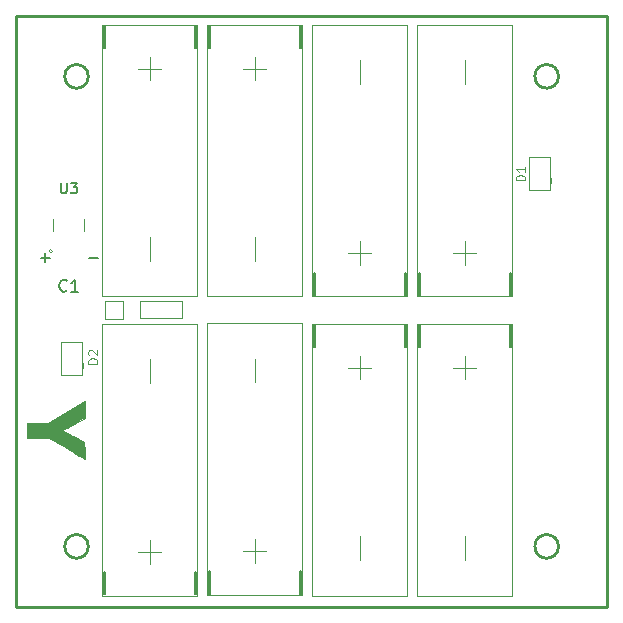
<source format=gbr>
%TF.GenerationSoftware,KiCad,Pcbnew,(5.0.1-3-g963ef8bb5)*%
%TF.CreationDate,2020-03-04T19:54:40-08:00*%
%TF.ProjectId,SolarCell+Y,536F6C617243656C6C2B592E6B696361,rev?*%
%TF.SameCoordinates,Original*%
%TF.FileFunction,Legend,Top*%
%TF.FilePolarity,Positive*%
%FSLAX46Y46*%
G04 Gerber Fmt 4.6, Leading zero omitted, Abs format (unit mm)*
G04 Created by KiCad (PCBNEW (5.0.1-3-g963ef8bb5)) date Wednesday, March 04, 2020 at 07:54:40 PM*
%MOMM*%
%LPD*%
G01*
G04 APERTURE LIST*
%ADD10C,0.050000*%
%ADD11C,0.150000*%
%ADD12C,0.250000*%
%ADD13C,0.010000*%
%ADD14C,0.203200*%
%ADD15C,0.120000*%
%ADD16C,0.101600*%
%ADD17C,0.100000*%
%ADD18C,0.127000*%
G04 APERTURE END LIST*
D10*
X160500000Y-65600000D02*
X160500000Y-64100000D01*
X164000000Y-65600000D02*
X160500000Y-65600000D01*
X164000000Y-64100000D02*
X164000000Y-65600000D01*
X160500000Y-64100000D02*
X164000000Y-64100000D01*
X159000000Y-64100000D02*
X157500000Y-64100000D01*
X159000000Y-65650000D02*
X159000000Y-64100000D01*
X157500000Y-65650000D02*
X159000000Y-65650000D01*
X157500000Y-64100000D02*
X157500000Y-65650000D01*
D11*
X156133847Y-60447228D02*
X156895752Y-60447228D01*
X152069847Y-60447228D02*
X152831752Y-60447228D01*
X152450800Y-60828180D02*
X152450800Y-60066276D01*
D12*
X200000000Y-40000000D02*
X150000000Y-40000000D01*
X150000000Y-90000000D02*
X200000000Y-90000000D01*
X150000000Y-40000000D02*
X150000000Y-90000000D01*
X195900000Y-45100000D02*
G75*
G03X195900000Y-45100000I-1000000J0D01*
G01*
X156100000Y-84900000D02*
G75*
G03X156100000Y-84900000I-1000000J0D01*
G01*
X156100000Y-45100000D02*
G75*
G03X156100000Y-45100000I-1000000J0D01*
G01*
X195900000Y-84900000D02*
G75*
G03X195900000Y-84900000I-1000000J0D01*
G01*
X200000000Y-90000000D02*
X200000000Y-40000000D01*
D13*
G36*
X155777964Y-74021950D02*
X154844944Y-74542650D01*
X154703177Y-74621839D01*
X154567960Y-74697513D01*
X154440913Y-74768754D01*
X154323656Y-74834647D01*
X154217811Y-74894278D01*
X154124997Y-74946732D01*
X154046836Y-74991092D01*
X153984947Y-75026443D01*
X153940951Y-75051871D01*
X153916470Y-75066459D01*
X153911788Y-75069700D01*
X153922677Y-75076558D01*
X153954290Y-75094556D01*
X154004988Y-75122797D01*
X154073127Y-75160385D01*
X154157067Y-75206421D01*
X154255166Y-75260008D01*
X154365783Y-75320249D01*
X154487277Y-75386247D01*
X154618006Y-75457104D01*
X154756328Y-75531924D01*
X154841752Y-75578057D01*
X155771850Y-76080065D01*
X155775133Y-76781382D01*
X155775640Y-76912199D01*
X155775914Y-77035084D01*
X155775962Y-77147749D01*
X155775793Y-77247905D01*
X155775417Y-77333265D01*
X155774842Y-77401541D01*
X155774076Y-77450444D01*
X155773130Y-77477687D01*
X155772439Y-77482700D01*
X155761044Y-77476272D01*
X155729138Y-77457489D01*
X155677968Y-77427097D01*
X155608783Y-77385844D01*
X155522829Y-77334478D01*
X155421355Y-77273747D01*
X155305608Y-77204398D01*
X155176835Y-77127179D01*
X155036285Y-77042839D01*
X154885205Y-76952124D01*
X154724843Y-76855782D01*
X154556445Y-76754562D01*
X154381261Y-76649210D01*
X154267882Y-76581000D01*
X152769301Y-75679300D01*
X150876000Y-75679300D01*
X150876000Y-74409300D01*
X152711150Y-74409044D01*
X155778200Y-72569324D01*
X155777964Y-74021950D01*
X155777964Y-74021950D01*
G37*
X155777964Y-74021950D02*
X154844944Y-74542650D01*
X154703177Y-74621839D01*
X154567960Y-74697513D01*
X154440913Y-74768754D01*
X154323656Y-74834647D01*
X154217811Y-74894278D01*
X154124997Y-74946732D01*
X154046836Y-74991092D01*
X153984947Y-75026443D01*
X153940951Y-75051871D01*
X153916470Y-75066459D01*
X153911788Y-75069700D01*
X153922677Y-75076558D01*
X153954290Y-75094556D01*
X154004988Y-75122797D01*
X154073127Y-75160385D01*
X154157067Y-75206421D01*
X154255166Y-75260008D01*
X154365783Y-75320249D01*
X154487277Y-75386247D01*
X154618006Y-75457104D01*
X154756328Y-75531924D01*
X154841752Y-75578057D01*
X155771850Y-76080065D01*
X155775133Y-76781382D01*
X155775640Y-76912199D01*
X155775914Y-77035084D01*
X155775962Y-77147749D01*
X155775793Y-77247905D01*
X155775417Y-77333265D01*
X155774842Y-77401541D01*
X155774076Y-77450444D01*
X155773130Y-77477687D01*
X155772439Y-77482700D01*
X155761044Y-77476272D01*
X155729138Y-77457489D01*
X155677968Y-77427097D01*
X155608783Y-77385844D01*
X155522829Y-77334478D01*
X155421355Y-77273747D01*
X155305608Y-77204398D01*
X155176835Y-77127179D01*
X155036285Y-77042839D01*
X154885205Y-76952124D01*
X154724843Y-76855782D01*
X154556445Y-76754562D01*
X154381261Y-76649210D01*
X154267882Y-76581000D01*
X152769301Y-75679300D01*
X150876000Y-75679300D01*
X150876000Y-74409300D01*
X152711150Y-74409044D01*
X155778200Y-72569324D01*
X155777964Y-74021950D01*
D14*
X174080000Y-42738000D02*
X174080000Y-40838000D01*
X174080000Y-42738000D02*
X173980000Y-42738000D01*
X173980000Y-42738000D02*
X173980000Y-40838000D01*
X166380000Y-42738000D02*
X166280000Y-42738000D01*
X166280000Y-42738000D02*
X166280000Y-40838000D01*
X166380000Y-42738000D02*
X166380000Y-40838000D01*
D15*
X170180000Y-58738000D02*
X170180000Y-60738000D01*
X170180000Y-43438000D02*
X170180000Y-45438000D01*
X171180000Y-44438000D02*
X169180000Y-44438000D01*
X166180000Y-40738000D02*
X174180000Y-40738000D01*
X166180000Y-63738000D02*
X166180000Y-40738000D01*
X174180000Y-63738000D02*
X166180000Y-63738000D01*
X174180000Y-40738000D02*
X174180000Y-63738000D01*
D14*
X157390000Y-87056000D02*
X157390000Y-88956000D01*
X157390000Y-87056000D02*
X157490000Y-87056000D01*
X157490000Y-87056000D02*
X157490000Y-88956000D01*
X165090000Y-87056000D02*
X165190000Y-87056000D01*
X165190000Y-87056000D02*
X165190000Y-88956000D01*
X165090000Y-87056000D02*
X165090000Y-88956000D01*
D15*
X161290000Y-71056000D02*
X161290000Y-69056000D01*
X161290000Y-86356000D02*
X161290000Y-84356000D01*
X160290000Y-85356000D02*
X162290000Y-85356000D01*
X165290000Y-89056000D02*
X157290000Y-89056000D01*
X165290000Y-66056000D02*
X165290000Y-89056000D01*
X157290000Y-66056000D02*
X165290000Y-66056000D01*
X157290000Y-89056000D02*
X157290000Y-66056000D01*
D14*
X166280000Y-87011000D02*
X166280000Y-88911000D01*
X166280000Y-87011000D02*
X166380000Y-87011000D01*
X166380000Y-87011000D02*
X166380000Y-88911000D01*
X173980000Y-87011000D02*
X174080000Y-87011000D01*
X174080000Y-87011000D02*
X174080000Y-88911000D01*
X173980000Y-87011000D02*
X173980000Y-88911000D01*
D15*
X170180000Y-71011000D02*
X170180000Y-69011000D01*
X170180000Y-86311000D02*
X170180000Y-84311000D01*
X169180000Y-85311000D02*
X171180000Y-85311000D01*
X174180000Y-89011000D02*
X166180000Y-89011000D01*
X174180000Y-66011000D02*
X174180000Y-89011000D01*
X166180000Y-66011000D02*
X174180000Y-66011000D01*
X166180000Y-89011000D02*
X166180000Y-66011000D01*
D14*
X175170000Y-61738000D02*
X175170000Y-63638000D01*
X175170000Y-61738000D02*
X175270000Y-61738000D01*
X175270000Y-61738000D02*
X175270000Y-63638000D01*
X182870000Y-61738000D02*
X182970000Y-61738000D01*
X182970000Y-61738000D02*
X182970000Y-63638000D01*
X182870000Y-61738000D02*
X182870000Y-63638000D01*
D15*
X179070000Y-45738000D02*
X179070000Y-43738000D01*
X179070000Y-61038000D02*
X179070000Y-59038000D01*
X178070000Y-60038000D02*
X180070000Y-60038000D01*
X183070000Y-63738000D02*
X175070000Y-63738000D01*
X183070000Y-40738000D02*
X183070000Y-63738000D01*
X175070000Y-40738000D02*
X183070000Y-40738000D01*
X175070000Y-63738000D02*
X175070000Y-40738000D01*
D14*
X184060000Y-61738000D02*
X184060000Y-63638000D01*
X184060000Y-61738000D02*
X184160000Y-61738000D01*
X184160000Y-61738000D02*
X184160000Y-63638000D01*
X191760000Y-61738000D02*
X191860000Y-61738000D01*
X191860000Y-61738000D02*
X191860000Y-63638000D01*
X191760000Y-61738000D02*
X191760000Y-63638000D01*
D15*
X187960000Y-45738000D02*
X187960000Y-43738000D01*
X187960000Y-61038000D02*
X187960000Y-59038000D01*
X186960000Y-60038000D02*
X188960000Y-60038000D01*
X191960000Y-63738000D02*
X183960000Y-63738000D01*
X191960000Y-40738000D02*
X191960000Y-63738000D01*
X183960000Y-40738000D02*
X191960000Y-40738000D01*
X183960000Y-63738000D02*
X183960000Y-40738000D01*
D14*
X182970000Y-68056000D02*
X182970000Y-66156000D01*
X182970000Y-68056000D02*
X182870000Y-68056000D01*
X182870000Y-68056000D02*
X182870000Y-66156000D01*
X175270000Y-68056000D02*
X175170000Y-68056000D01*
X175170000Y-68056000D02*
X175170000Y-66156000D01*
X175270000Y-68056000D02*
X175270000Y-66156000D01*
D15*
X179070000Y-84056000D02*
X179070000Y-86056000D01*
X179070000Y-68756000D02*
X179070000Y-70756000D01*
X180070000Y-69756000D02*
X178070000Y-69756000D01*
X175070000Y-66056000D02*
X183070000Y-66056000D01*
X175070000Y-89056000D02*
X175070000Y-66056000D01*
X183070000Y-89056000D02*
X175070000Y-89056000D01*
X183070000Y-66056000D02*
X183070000Y-89056000D01*
D14*
X191860000Y-68056000D02*
X191860000Y-66156000D01*
X191860000Y-68056000D02*
X191760000Y-68056000D01*
X191760000Y-68056000D02*
X191760000Y-66156000D01*
X184160000Y-68056000D02*
X184060000Y-68056000D01*
X184060000Y-68056000D02*
X184060000Y-66156000D01*
X184160000Y-68056000D02*
X184160000Y-66156000D01*
D15*
X187960000Y-84056000D02*
X187960000Y-86056000D01*
X187960000Y-68756000D02*
X187960000Y-70756000D01*
X188960000Y-69756000D02*
X186960000Y-69756000D01*
X183960000Y-66056000D02*
X191960000Y-66056000D01*
X183960000Y-89056000D02*
X183960000Y-66056000D01*
X191960000Y-89056000D02*
X183960000Y-89056000D01*
X191960000Y-66056000D02*
X191960000Y-89056000D01*
X155686000Y-69761000D02*
X155686000Y-69361000D01*
X153786000Y-70361000D02*
X153786000Y-67561000D01*
X155586000Y-70361000D02*
X153786000Y-70361000D01*
X155586000Y-67561000D02*
X155586000Y-70361000D01*
X153786000Y-67561000D02*
X155586000Y-67561000D01*
D14*
X165190000Y-42738000D02*
X165190000Y-40838000D01*
X165190000Y-42738000D02*
X165090000Y-42738000D01*
X165090000Y-42738000D02*
X165090000Y-40838000D01*
X157490000Y-42738000D02*
X157390000Y-42738000D01*
X157390000Y-42738000D02*
X157390000Y-40838000D01*
X157490000Y-42738000D02*
X157490000Y-40838000D01*
D15*
X161290000Y-58738000D02*
X161290000Y-60738000D01*
X161290000Y-43438000D02*
X161290000Y-45438000D01*
X162290000Y-44438000D02*
X160290000Y-44438000D01*
X157290000Y-40738000D02*
X165290000Y-40738000D01*
X157290000Y-63738000D02*
X157290000Y-40738000D01*
X165290000Y-63738000D02*
X157290000Y-63738000D01*
X165290000Y-40738000D02*
X165290000Y-63738000D01*
D16*
X152932000Y-59958000D02*
G75*
G02X152932000Y-59858000I0J50000D01*
G01*
X152932000Y-59858000D02*
G75*
G02X152932000Y-59958000I0J-50000D01*
G01*
D17*
X152932000Y-60058000D02*
G75*
G02X152932000Y-59758000I0J150000D01*
G01*
X152932000Y-59758000D02*
G75*
G02X152932000Y-60058000I0J-150000D01*
G01*
X155732000Y-58158000D02*
X155739000Y-57158000D01*
X153132000Y-58158000D02*
X153129000Y-57158000D01*
D15*
X195310000Y-54140000D02*
X195310000Y-53740000D01*
X193410000Y-54740000D02*
X193410000Y-51940000D01*
X195210000Y-54740000D02*
X193410000Y-54740000D01*
X195210000Y-51940000D02*
X195210000Y-54740000D01*
X193410000Y-51940000D02*
X195210000Y-51940000D01*
D16*
X156859514Y-69421828D02*
X156097514Y-69421828D01*
X156097514Y-69240400D01*
X156133800Y-69131542D01*
X156206371Y-69058971D01*
X156278942Y-69022685D01*
X156424085Y-68986400D01*
X156532942Y-68986400D01*
X156678085Y-69022685D01*
X156750657Y-69058971D01*
X156823228Y-69131542D01*
X156859514Y-69240400D01*
X156859514Y-69421828D01*
X156170085Y-68696114D02*
X156133800Y-68659828D01*
X156097514Y-68587257D01*
X156097514Y-68405828D01*
X156133800Y-68333257D01*
X156170085Y-68296971D01*
X156242657Y-68260685D01*
X156315228Y-68260685D01*
X156424085Y-68296971D01*
X156859514Y-68732400D01*
X156859514Y-68260685D01*
D18*
X153754666Y-54123166D02*
X153754666Y-54842833D01*
X153797000Y-54927500D01*
X153839333Y-54969833D01*
X153924000Y-55012166D01*
X154093333Y-55012166D01*
X154178000Y-54969833D01*
X154220333Y-54927500D01*
X154262666Y-54842833D01*
X154262666Y-54123166D01*
X154601333Y-54123166D02*
X155151666Y-54123166D01*
X154855333Y-54461833D01*
X154982333Y-54461833D01*
X155067000Y-54504166D01*
X155109333Y-54546500D01*
X155151666Y-54631166D01*
X155151666Y-54842833D01*
X155109333Y-54927500D01*
X155067000Y-54969833D01*
X154982333Y-55012166D01*
X154728333Y-55012166D01*
X154643666Y-54969833D01*
X154601333Y-54927500D01*
D11*
X154265333Y-63222142D02*
X154217714Y-63269761D01*
X154074857Y-63317380D01*
X153979619Y-63317380D01*
X153836761Y-63269761D01*
X153741523Y-63174523D01*
X153693904Y-63079285D01*
X153646285Y-62888809D01*
X153646285Y-62745952D01*
X153693904Y-62555476D01*
X153741523Y-62460238D01*
X153836761Y-62365000D01*
X153979619Y-62317380D01*
X154074857Y-62317380D01*
X154217714Y-62365000D01*
X154265333Y-62412619D01*
X155217714Y-63317380D02*
X154646285Y-63317380D01*
X154932000Y-63317380D02*
X154932000Y-62317380D01*
X154836761Y-62460238D01*
X154741523Y-62555476D01*
X154646285Y-62603095D01*
D16*
X193067214Y-53902428D02*
X192305214Y-53902428D01*
X192305214Y-53721000D01*
X192341500Y-53612142D01*
X192414071Y-53539571D01*
X192486642Y-53503285D01*
X192631785Y-53467000D01*
X192740642Y-53467000D01*
X192885785Y-53503285D01*
X192958357Y-53539571D01*
X193030928Y-53612142D01*
X193067214Y-53721000D01*
X193067214Y-53902428D01*
X193067214Y-52741285D02*
X193067214Y-53176714D01*
X193067214Y-52959000D02*
X192305214Y-52959000D01*
X192414071Y-53031571D01*
X192486642Y-53104142D01*
X192522928Y-53176714D01*
M02*

</source>
